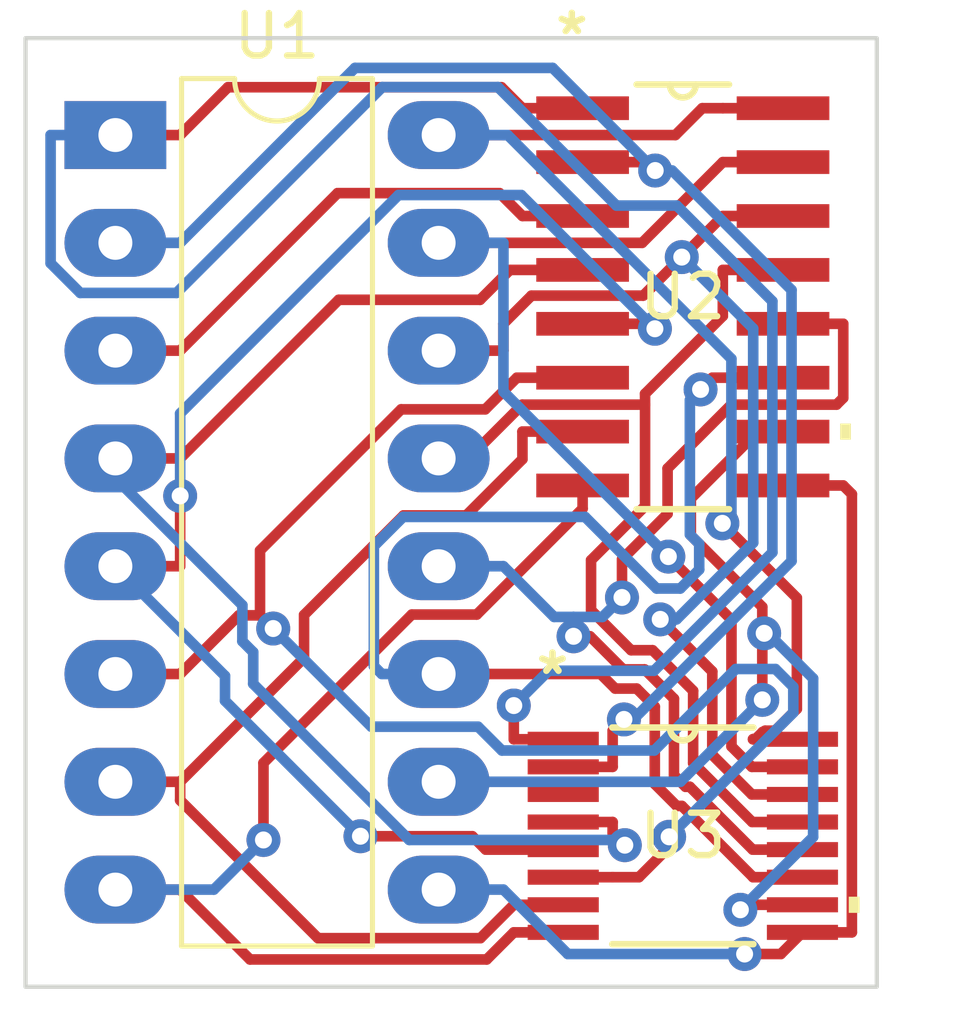
<source format=kicad_pcb>
(kicad_pcb (version 20221018) (generator pcbnew)
  (layers (0 "F.Cu" signal) (31 "B.Cu" signal) (34 "B.Paste" user) (35 "F.Paste" user) (36 "B.SilkS" user "B.Silkscreen") (37 "F.SilkS" user "F.Silkscreen") (38 "B.Mask" user) (39 "F.Mask" user) (44 "Edge.Cuts" user))
  (net 0 "")
  (net 1 "Net-(U1-A4)")
  (net 2 "Net-(U1-A6)")
  (net 3 "Net-(U1-A)")
  (net 4 "Net-(U1-A7)")
  (net 5 "Net-(U1-A5)")
  (net 6 "Net-(U1-*E)")
  (net 7 "Net-(U1-VEE)")
  (net 8 "Net-(U1-GND)")
  (net 9 "Net-(U1-S2)")
  (net 10 "Net-(U1-S1)")
  (net 11 "Net-(U1-S0)")
  (net 12 "Net-(U1-A3)")
  (net 13 "Net-(U1-A0)")
  (net 14 "Net-(U1-A1)")
  (net 15 "Net-(U1-A2)")
  (net 16 "Net-(U1-VCC)")
  (footprint "Relay_parts:D16" (layer "F.Cu") (at 141.986 77.47)
    (fp_text reference "U2" (at 0 0 unlocked) (layer "F.SilkS"))
    (fp_text value "CD74HC4051M96")
    (fp_text user "*" (at -2.6162 -6.1468 unlocked) (layer "F.SilkS"))
    (fp_text user "*" (at -2.6162 -6.1468) (layer "F.SilkS"))
    (fp_line (start -1.089303 5.0038) (end 1.089303 5.0038) (stroke (width 0.1524)) (layer "F.SilkS"))
    (fp_line (start 1.089303 -5.0038) (end -1.089303 -5.0038) (stroke (width 0.1524)) (layer "F.SilkS"))
    (fp_arc (start 0.3048 -5.0038) (mid 0 -4.699) (end -0.3048 -5.0038) (stroke (width 0.1524)) (layer "F.SilkS"))
    (fp_poly (pts (xy 3.9624 2.9845) (xy 3.9624 3.3655) (xy 3.7084 3.3655) (xy 3.7084 2.9845)) (fill solid) (layer "F.SilkS"))
    (pad "1" smd rect (at -2.3622 -4.445) (size 2.1844 0.5588) (layers "F.Cu" "F.Paste" "F.Mask") (net 1 "Net-(U1-A4)"))
    (pad "2" smd rect (at -2.3622 -3.175) (size 2.1844 0.5588) (layers "F.Cu" "F.Paste" "F.Mask") (net 2 "Net-(U1-A6)"))
    (pad "3" smd rect (at -2.3622 -1.905) (size 2.1844 0.5588) (layers "F.Cu" "F.Paste" "F.Mask") (net 3 "Net-(U1-A)"))
    (pad "4" smd rect (at -2.3622 -0.635) (size 2.1844 0.5588) (layers "F.Cu" "F.Paste" "F.Mask") (net 4 "Net-(U1-A7)"))
    (pad "5" smd rect (at -2.3622 0.635) (size 2.1844 0.5588) (layers "F.Cu" "F.Paste" "F.Mask") (net 5 "Net-(U1-A5)"))
    (pad "6" smd rect (at -2.3622 1.905) (size 2.1844 0.5588) (layers "F.Cu" "F.Paste" "F.Mask") (net 6 "Net-(U1-*E)"))
    (pad "7" smd rect (at -2.3622 3.175) (size 2.1844 0.5588) (layers "F.Cu" "F.Paste" "F.Mask") (net 7 "Net-(U1-VEE)"))
    (pad "8" smd rect (at -2.3622 4.445) (size 2.1844 0.5588) (layers "F.Cu" "F.Paste" "F.Mask") (net 8 "Net-(U1-GND)"))
    (pad "9" smd rect (at 2.3622 4.445) (size 2.1844 0.5588) (layers "F.Cu" "F.Paste" "F.Mask") (net 9 "Net-(U1-S2)"))
    (pad "10" smd rect (at 2.3622 3.175) (size 2.1844 0.5588) (layers "F.Cu" "F.Paste" "F.Mask") (net 10 "Net-(U1-S1)"))
    (pad "11" smd rect (at 2.3622 1.905) (size 2.1844 0.5588) (layers "F.Cu" "F.Paste" "F.Mask") (net 11 "Net-(U1-S0)"))
    (pad "12" smd rect (at 2.3622 0.635) (size 2.1844 0.5588) (layers "F.Cu" "F.Paste" "F.Mask") (net 12 "Net-(U1-A3)"))
    (pad "13" smd rect (at 2.3622 -0.635) (size 2.1844 0.5588) (layers "F.Cu" "F.Paste" "F.Mask") (net 13 "Net-(U1-A0)"))
    (pad "14" smd rect (at 2.3622 -1.905) (size 2.1844 0.5588) (layers "F.Cu" "F.Paste" "F.Mask") (net 14 "Net-(U1-A1)"))
    (pad "15" smd rect (at 2.3622 -3.175) (size 2.1844 0.5588) (layers "F.Cu" "F.Paste" "F.Mask") (net 15 "Net-(U1-A2)"))
    (pad "16" smd rect (at 2.3622 -4.445) (size 2.1844 0.5588) (layers "F.Cu" "F.Paste" "F.Mask") (net 16 "Net-(U1-VCC)"))
  )
  (footprint "Package_DIP:DIP-16_W7.62mm_LongPads" (layer "F.Cu") (at 128.6098 73.6571)
    (fp_text reference "U1" (at 3.81 -2.33) (layer "F.SilkS"))
    (fp_text value "CD74HC4051M96")
    (fp_line (start 1.56 -1.33) (end 1.56 19.11) (stroke (width 0.12)) (layer "F.SilkS"))
    (fp_line (start 1.56 19.11) (end 6.06 19.11) (stroke (width 0.12)) (layer "F.SilkS"))
    (fp_line (start 2.81 -1.33) (end 1.56 -1.33) (stroke (width 0.12)) (layer "F.SilkS"))
    (fp_line (start 6.06 -1.33) (end 4.81 -1.33) (stroke (width 0.12)) (layer "F.SilkS"))
    (fp_line (start 6.06 19.11) (end 6.06 -1.33) (stroke (width 0.12)) (layer "F.SilkS"))
    (fp_arc (start 4.81 -1.33) (mid 3.81 -0.33) (end 2.81 -1.33) (stroke (width 0.12)) (layer "F.SilkS"))
    (pad "1" thru_hole rect (at 0 0) (size 2.4 1.6) (drill 0.8) (layers "*.Cu" "*.Mask") (net 1 "Net-(U1-A4)"))
    (pad "2" thru_hole oval (at 0 2.54) (size 2.4 1.6) (drill 0.8) (layers "*.Cu" "*.Mask") (net 2 "Net-(U1-A6)"))
    (pad "3" thru_hole oval (at 0 5.08) (size 2.4 1.6) (drill 0.8) (layers "*.Cu" "*.Mask") (net 3 "Net-(U1-A)"))
    (pad "4" thru_hole oval (at 0 7.62) (size 2.4 1.6) (drill 0.8) (layers "*.Cu" "*.Mask") (net 4 "Net-(U1-A7)"))
    (pad "5" thru_hole oval (at 0 10.16) (size 2.4 1.6) (drill 0.8) (layers "*.Cu" "*.Mask") (net 5 "Net-(U1-A5)"))
    (pad "6" thru_hole oval (at 0 12.7) (size 2.4 1.6) (drill 0.8) (layers "*.Cu" "*.Mask") (net 6 "Net-(U1-*E)"))
    (pad "7" thru_hole oval (at 0 15.24) (size 2.4 1.6) (drill 0.8) (layers "*.Cu" "*.Mask") (net 7 "Net-(U1-VEE)"))
    (pad "8" thru_hole oval (at 0 17.78) (size 2.4 1.6) (drill 0.8) (layers "*.Cu" "*.Mask") (net 8 "Net-(U1-GND)"))
    (pad "9" thru_hole oval (at 7.62 17.78) (size 2.4 1.6) (drill 0.8) (layers "*.Cu" "*.Mask") (net 9 "Net-(U1-S2)"))
    (pad "10" thru_hole oval (at 7.62 15.24) (size 2.4 1.6) (drill 0.8) (layers "*.Cu" "*.Mask") (net 10 "Net-(U1-S1)"))
    (pad "11" thru_hole oval (at 7.62 12.7) (size 2.4 1.6) (drill 0.8) (layers "*.Cu" "*.Mask") (net 11 "Net-(U1-S0)"))
    (pad "12" thru_hole oval (at 7.62 10.16) (size 2.4 1.6) (drill 0.8) (layers "*.Cu" "*.Mask") (net 12 "Net-(U1-A3)"))
    (pad "13" thru_hole oval (at 7.62 7.62) (size 2.4 1.6) (drill 0.8) (layers "*.Cu" "*.Mask") (net 13 "Net-(U1-A0)"))
    (pad "14" thru_hole oval (at 7.62 5.08) (size 2.4 1.6) (drill 0.8) (layers "*.Cu" "*.Mask") (net 14 "Net-(U1-A1)"))
    (pad "15" thru_hole oval (at 7.62 2.54) (size 2.4 1.6) (drill 0.8) (layers "*.Cu" "*.Mask") (net 15 "Net-(U1-A2)"))
    (pad "16" thru_hole oval (at 7.62 0) (size 2.4 1.6) (drill 0.8) (layers "*.Cu" "*.Mask") (net 16 "Net-(U1-VCC)"))
  )
  (footprint "Relay_parts:PW16" (layer "F.Cu") (at 141.986 90.17)
    (fp_text reference "U3" (at 0 0 unlocked) (layer "F.SilkS"))
    (fp_text value "CD74HC4051M96")
    (fp_text user "*" (at -3.0734 -3.773601 unlocked) (layer "F.SilkS"))
    (fp_text user "*" (at -3.0734 -3.773601) (layer "F.SilkS"))
    (fp_line (start -1.663811 2.5527) (end 1.663811 2.5527) (stroke (width 0.1524)) (layer "F.SilkS"))
    (fp_line (start 1.663811 -2.5527) (end -1.663811 -2.5527) (stroke (width 0.1524)) (layer "F.SilkS"))
    (fp_arc (start 0.3048 -2.5527) (mid 0 -2.2479) (end -0.3048 -2.5527) (stroke (width 0.1524)) (layer "F.SilkS"))
    (fp_poly (pts (xy 4.1656 1.434501) (xy 4.1656 1.815501) (xy 3.9116 1.815501) (xy 3.9116 1.434501)) (fill solid) (layer "F.SilkS"))
    (pad "1" smd rect (at -2.8194 -2.274999) (size 1.6764 0.3556) (layers "F.Cu" "F.Paste" "F.Mask") (net 1 "Net-(U1-A4)"))
    (pad "2" smd rect (at -2.8194 -1.625001) (size 1.6764 0.3556) (layers "F.Cu" "F.Paste" "F.Mask") (net 2 "Net-(U1-A6)"))
    (pad "3" smd rect (at -2.8194 -0.974999) (size 1.6764 0.3556) (layers "F.Cu" "F.Paste" "F.Mask") (net 3 "Net-(U1-A)"))
    (pad "4" smd rect (at -2.8194 -0.325001) (size 1.6764 0.3556) (layers "F.Cu" "F.Paste" "F.Mask") (net 4 "Net-(U1-A7)"))
    (pad "5" smd rect (at -2.8194 0.324998) (size 1.6764 0.3556) (layers "F.Cu" "F.Paste" "F.Mask") (net 5 "Net-(U1-A5)"))
    (pad "6" smd rect (at -2.8194 0.974999) (size 1.6764 0.3556) (layers "F.Cu" "F.Paste" "F.Mask") (net 6 "Net-(U1-*E)"))
    (pad "7" smd rect (at -2.8194 1.624998) (size 1.6764 0.3556) (layers "F.Cu" "F.Paste" "F.Mask") (net 7 "Net-(U1-VEE)"))
    (pad "8" smd rect (at -2.8194 2.274999) (size 1.6764 0.3556) (layers "F.Cu" "F.Paste" "F.Mask") (net 8 "Net-(U1-GND)"))
    (pad "9" smd rect (at 2.8194 2.274999) (size 1.6764 0.3556) (layers "F.Cu" "F.Paste" "F.Mask") (net 9 "Net-(U1-S2)"))
    (pad "10" smd rect (at 2.8194 1.625001) (size 1.6764 0.3556) (layers "F.Cu" "F.Paste" "F.Mask") (net 10 "Net-(U1-S1)"))
    (pad "11" smd rect (at 2.8194 0.974999) (size 1.6764 0.3556) (layers "F.Cu" "F.Paste" "F.Mask") (net 11 "Net-(U1-S0)"))
    (pad "12" smd rect (at 2.8194 0.325001) (size 1.6764 0.3556) (layers "F.Cu" "F.Paste" "F.Mask") (net 12 "Net-(U1-A3)"))
    (pad "13" smd rect (at 2.8194 -0.324998) (size 1.6764 0.3556) (layers "F.Cu" "F.Paste" "F.Mask") (net 13 "Net-(U1-A0)"))
    (pad "14" smd rect (at 2.8194 -0.974999) (size 1.6764 0.3556) (layers "F.Cu" "F.Paste" "F.Mask") (net 14 "Net-(U1-A1)"))
    (pad "15" smd rect (at 2.8194 -1.624998) (size 1.6764 0.3556) (layers "F.Cu" "F.Paste" "F.Mask") (net 15 "Net-(U1-A2)"))
    (pad "16" smd rect (at 2.8194 -2.274999) (size 1.6764 0.3556) (layers "F.Cu" "F.Paste" "F.Mask") (net 16 "Net-(U1-VCC)"))
  )
  (gr_rect (start 126.492 71.374) (end 146.558 93.726) (stroke (width 0.1)) (fill none) (layer "Edge.Cuts"))
  (segment (start 130.1367 73.6571) (end 131.2637 72.5301) (width 0.25) (layer "F.Cu") (net 1))
  (segment (start 137.7098 72.5301) (end 138.2047 73.025) (width 0.25) (layer "F.Cu") (net 1))
  (segment (start 129.3733 73.6571) (end 128.778 73.6571) (width 0.25) (layer "F.Cu") (net 1))
  (segment (start 131.2637 72.5301) (end 137.7098 72.5301) (width 0.25) (layer "F.Cu") (net 1))
  (segment (start 128.6939 73.6571) (end 128.778 73.6571) (width 0.25) (layer "F.Cu") (net 1))
  (segment (start 139.6238 73.025) (end 138.2047 73.025) (width 0.25) (layer "F.Cu") (net 1))
  (segment (start 139.1666 87.895) (end 138.0015 87.895) (width 0.25) (layer "F.Cu") (net 1))
  (segment (start 138.0015 87.895) (end 138.0015 87.1007) (width 0.25) (layer "F.Cu") (net 1))
  (segment (start 128.6939 73.6571) (end 128.6098 73.6571) (width 0.25) (layer "F.Cu") (net 1))
  (segment (start 129.3733 73.6571) (end 130.1367 73.6571) (width 0.25) (layer "F.Cu") (net 1))
  (via (at 138.0015 87.1007) (size 0.8) (drill 0.4) (layers "F.Cu" "B.Cu") (net 1))
  (segment (start 141.3086 86.2805) (end 138.8217 86.2805) (width 0.25) (layer "B.Cu") (net 1))
  (segment (start 127.7817 77.3772) (end 130.051 77.3772) (width 0.25) (layer "B.Cu") (net 1))
  (segment (start 138.8217 86.2805) (end 138.0015 87.1007) (width 0.25) (layer "B.Cu") (net 1))
  (segment (start 140.4206 75.3192) (end 141.8424 75.3192) (width 0.25) (layer "B.Cu") (net 1))
  (segment (start 127.0829 76.6784) (end 127.7817 77.3772) (width 0.25) (layer "B.Cu") (net 1))
  (segment (start 130.051 77.3772) (end 134.901 72.5272) (width 0.25) (layer "B.Cu") (net 1))
  (segment (start 128.6098 73.6571) (end 127.0829 73.6571) (width 0.25) (layer "B.Cu") (net 1))
  (segment (start 141.8424 75.3192) (end 144.0965 77.5733) (width 0.25) (layer "B.Cu") (net 1))
  (segment (start 134.901 72.5272) (end 137.6286 72.5272) (width 0.25) (layer "B.Cu") (net 1))
  (segment (start 137.6286 72.5272) (end 140.4206 75.3192) (width 0.25) (layer "B.Cu") (net 1))
  (segment (start 144.0965 77.5733) (end 144.0965 83.4926) (width 0.25) (layer "B.Cu") (net 1))
  (segment (start 144.0965 83.4926) (end 141.3086 86.2805) (width 0.25) (layer "B.Cu") (net 1))
  (segment (start 127.0829 73.6571) (end 127.0829 76.6784) (width 0.25) (layer "B.Cu") (net 1))
  (segment (start 141.0429 74.295) (end 141.2413 74.4934) (width 0.25) (layer "F.Cu") (net 2))
  (segment (start 139.6238 74.295) (end 141.0429 74.295) (width 0.25) (layer "F.Cu") (net 2))
  (segment (start 140.3317 87.6936) (end 140.5979 87.4274) (width 0.25) (layer "F.Cu") (net 2))
  (segment (start 139.1666 88.545) (end 140.3317 88.545) (width 0.25) (layer "F.Cu") (net 2))
  (segment (start 140.3317 88.545) (end 140.3317 87.6936) (width 0.25) (layer "F.Cu") (net 2))
  (segment (start 141.2413 74.4934) (end 141.3348 74.4934) (width 0.25) (layer "F.Cu") (net 2))
  (via (at 140.5979 87.4274) (size 0.8) (drill 0.4) (layers "F.Cu" "B.Cu") (net 2))
  (via (at 141.3348 74.4934) (size 0.8) (drill 0.4) (layers "F.Cu" "B.Cu") (net 2))
  (segment (start 140.817 87.4274) (end 144.5484 83.696) (width 0.25) (layer "B.Cu") (net 2))
  (segment (start 134.2585 72.0753) (end 130.1367 76.1971) (width 0.25) (layer "B.Cu") (net 2))
  (segment (start 129.3733 76.1971) (end 130.1367 76.1971) (width 0.25) (layer "B.Cu") (net 2))
  (segment (start 141.7342 74.4934) (end 141.3348 74.4934) (width 0.25) (layer "B.Cu") (net 2))
  (segment (start 140.5979 87.4274) (end 140.817 87.4274) (width 0.25) (layer "B.Cu") (net 2))
  (segment (start 144.5484 77.3076) (end 141.7342 74.4934) (width 0.25) (layer "B.Cu") (net 2))
  (segment (start 141.3348 74.4934) (end 138.9167 72.0753) (width 0.25) (layer "B.Cu") (net 2))
  (segment (start 144.5484 83.696) (end 144.5484 77.3076) (width 0.25) (layer "B.Cu") (net 2))
  (segment (start 138.9167 72.0753) (end 134.2585 72.0753) (width 0.25) (layer "B.Cu") (net 2))
  (segment (start 129.3733 76.1971) (end 128.6098 76.1971) (width 0.25) (layer "B.Cu") (net 2))
  (segment (start 137.6656 75.0259) (end 133.8479 75.0259) (width 0.25) (layer "F.Cu") (net 3))
  (segment (start 133.8479 75.0259) (end 130.1367 78.7371) (width 0.25) (layer "F.Cu") (net 3))
  (segment (start 138.2047 75.565) (end 137.6656 75.0259) (width 0.25) (layer "F.Cu") (net 3))
  (segment (start 139.6238 75.565) (end 138.2047 75.565) (width 0.25) (layer "F.Cu") (net 3))
  (segment (start 128.6098 78.7371) (end 130.1367 78.7371) (width 0.25) (layer "F.Cu") (net 3))
  (segment (start 137.9111 76.835) (end 139.6238 76.835) (width 0.25) (layer "F.Cu") (net 4))
  (segment (start 140.3317 89.845) (end 140.3317 90.104) (width 0.25) (layer "F.Cu") (net 4))
  (segment (start 128.6098 81.2771) (end 130.1367 81.2771) (width 0.25) (layer "F.Cu") (net 4))
  (segment (start 133.8743 77.5395) (end 137.2066 77.5395) (width 0.25) (layer "F.Cu") (net 4))
  (segment (start 130.1367 81.2771) (end 133.8743 77.5395) (width 0.25) (layer "F.Cu") (net 4))
  (segment (start 140.3317 90.104) (end 140.6184 90.3907) (width 0.25) (layer "F.Cu") (net 4))
  (segment (start 137.2066 77.5395) (end 137.9111 76.835) (width 0.25) (layer "F.Cu") (net 4))
  (segment (start 139.1666 89.845) (end 140.3317 89.845) (width 0.25) (layer "F.Cu") (net 4))
  (via (at 140.6184 90.3907) (size 0.8) (drill 0.4) (layers "F.Cu" "B.Cu") (net 4))
  (segment (start 135.5376 90.2677) (end 140.4954 90.2677) (width 0.25) (layer "B.Cu") (net 4))
  (segment (start 128.6098 81.7421) (end 131.6033 84.7356) (width 0.25) (layer "B.Cu") (net 4))
  (segment (start 140.4954 90.2677) (end 140.6184 90.3907) (width 0.25) (layer "B.Cu") (net 4))
  (segment (start 131.8591 85.8424) (end 131.8591 86.5892) (width 0.25) (layer "B.Cu") (net 4))
  (segment (start 131.8591 86.5892) (end 135.5376 90.2677) (width 0.25) (layer "B.Cu") (net 4))
  (segment (start 131.6033 84.7356) (end 131.6033 85.5866) (width 0.25) (layer "B.Cu") (net 4))
  (segment (start 131.6033 85.5866) (end 131.8591 85.8424) (width 0.25) (layer "B.Cu") (net 4))
  (segment (start 128.6098 81.2771) (end 128.6098 81.7421) (width 0.25) (layer "B.Cu") (net 4))
  (segment (start 141.1596 78.2217) (end 141.0429 78.105) (width 0.25) (layer "F.Cu") (net 5))
  (segment (start 137.3394 90.495) (end 137.0241 90.1797) (width 0.25) (layer "F.Cu") (net 5))
  (segment (start 130.1367 83.8171) (end 130.1367 82.1596) (width 0.25) (layer "F.Cu") (net 5))
  (segment (start 139.6238 78.105) (end 141.0429 78.105) (width 0.25) (layer "F.Cu") (net 5))
  (segment (start 128.6098 83.8171) (end 130.1367 83.8171) (width 0.25) (layer "F.Cu") (net 5))
  (segment (start 139.1666 90.495) (end 137.3394 90.495) (width 0.25) (layer "F.Cu") (net 5))
  (segment (start 141.3277 78.2217) (end 141.1596 78.2217) (width 0.25) (layer "F.Cu") (net 5))
  (segment (start 137.0241 90.1797) (end 134.3865 90.1797) (width 0.25) (layer "F.Cu") (net 5))
  (via (at 141.3277 78.2217) (size 0.8) (drill 0.4) (layers "F.Cu" "B.Cu") (net 5))
  (via (at 130.1367 82.1596) (size 0.8) (drill 0.4) (layers "F.Cu" "B.Cu") (net 5))
  (via (at 134.3865 90.1797) (size 0.8) (drill 0.4) (layers "F.Cu" "B.Cu") (net 5))
  (segment (start 141.3277 78.2217) (end 138.1762 75.0702) (width 0.25) (layer "B.Cu") (net 5))
  (segment (start 130.1367 80.2184) (end 130.1367 82.1596) (width 0.25) (layer "B.Cu") (net 5))
  (segment (start 131.1944 86.4017) (end 131.1944 86.9876) (width 0.25) (layer "B.Cu") (net 5))
  (segment (start 138.1762 75.0702) (end 135.2849 75.0702) (width 0.25) (layer "B.Cu") (net 5))
  (segment (start 128.6098 83.8171) (end 131.1944 86.4017) (width 0.25) (layer "B.Cu") (net 5))
  (segment (start 131.1944 86.9876) (end 134.3865 90.1797) (width 0.25) (layer "B.Cu") (net 5))
  (segment (start 135.2849 75.0702) (end 130.1367 80.2184) (width 0.25) (layer "B.Cu") (net 5))
  (segment (start 138.0741 79.375) (end 137.3281 80.121) (width 0.25) (layer "F.Cu") (net 6))
  (segment (start 128.6098 86.3571) (end 130.1367 86.3571) (width 0.25) (layer "F.Cu") (net 6))
  (segment (start 137.3281 80.121) (end 135.3453 80.121) (width 0.25) (layer "F.Cu") (net 6))
  (segment (start 139.1666 91.145) (end 140.3317 91.145) (width 0.25) (layer "F.Cu") (net 6))
  (segment (start 139.6238 79.375) (end 138.0741 79.375) (width 0.25) (layer "F.Cu") (net 6))
  (segment (start 131.5193 84.9745) (end 130.1367 86.3571) (width 0.25) (layer "F.Cu") (net 6))
  (segment (start 135.3453 80.121) (end 132.0191 83.4472) (width 0.25) (layer "F.Cu") (net 6))
  (segment (start 132.0191 84.9745) (end 131.5193 84.9745) (width 0.25) (layer "F.Cu") (net 6))
  (segment (start 140.3317 91.145) (end 140.9512 91.145) (width 0.25) (layer "F.Cu") (net 6))
  (segment (start 140.9512 91.145) (end 141.663 90.4332) (width 0.25) (layer "F.Cu") (net 6))
  (segment (start 132.0191 84.9745) (end 132.3302 85.2856) (width 0.25) (layer "F.Cu") (net 6))
  (segment (start 132.0191 83.4472) (end 132.0191 84.9745) (width 0.25) (layer "F.Cu") (net 6))
  (segment (start 141.663 90.4332) (end 141.663 90.1934) (width 0.25) (layer "F.Cu") (net 6))
  (via (at 141.663 90.1934) (size 0.8) (drill 0.4) (layers "F.Cu" "B.Cu") (net 6))
  (via (at 132.3302 85.2856) (size 0.8) (drill 0.4) (layers "F.Cu" "B.Cu") (net 6))
  (segment (start 144.5902 86.6614) (end 144.5902 87.2662) (width 0.25) (layer "B.Cu") (net 6))
  (segment (start 144.1681 86.2393) (end 144.5902 86.6614) (width 0.25) (layer "B.Cu") (net 6))
  (segment (start 137.1602 87.5989) (end 137.7209 88.1596) (width 0.25) (layer "B.Cu") (net 6))
  (segment (start 144.5902 87.2662) (end 141.663 90.1934) (width 0.25) (layer "B.Cu") (net 6))
  (segment (start 141.3136 88.1596) (end 143.2339 86.2393) (width 0.25) (layer "B.Cu") (net 6))
  (segment (start 143.2339 86.2393) (end 144.1681 86.2393) (width 0.25) (layer "B.Cu") (net 6))
  (segment (start 134.6435 87.5989) (end 137.1602 87.5989) (width 0.25) (layer "B.Cu") (net 6))
  (segment (start 132.3302 85.2856) (end 134.6435 87.5989) (width 0.25) (layer "B.Cu") (net 6))
  (segment (start 137.7209 88.1596) (end 141.3136 88.1596) (width 0.25) (layer "B.Cu") (net 6))
  (segment (start 138.0015 91.795) (end 137.2149 92.5816) (width 0.25) (layer "F.Cu") (net 7))
  (segment (start 136.8803 82.6203) (end 138.2047 81.2959) (width 0.25) (layer "F.Cu") (net 7))
  (segment (start 138.2047 81.2959) (end 138.2047 80.645) (width 0.25) (layer "F.Cu") (net 7))
  (segment (start 133.0571 85.9767) (end 133.0571 84.9662) (width 0.25) (layer "F.Cu") (net 7))
  (segment (start 139.6238 80.645) (end 138.2047 80.645) (width 0.25) (layer "F.Cu") (net 7))
  (segment (start 139.1666 91.795) (end 138.0015 91.795) (width 0.25) (layer "F.Cu") (net 7))
  (segment (start 129.0433 88.8971) (end 128.6098 88.8971) (width 0.25) (layer "F.Cu") (net 7))
  (segment (start 137.2149 92.5816) (end 133.386 92.5816) (width 0.25) (layer "F.Cu") (net 7))
  (segment (start 130.1367 89.3323) (end 130.1367 88.8971) (width 0.25) (layer "F.Cu") (net 7))
  (segment (start 129.0433 88.8971) (end 130.1367 88.8971) (width 0.25) (layer "F.Cu") (net 7))
  (segment (start 133.0571 84.9662) (end 135.403 82.6203) (width 0.25) (layer "F.Cu") (net 7))
  (segment (start 135.403 82.6203) (end 136.8803 82.6203) (width 0.25) (layer "F.Cu") (net 7))
  (segment (start 130.1367 88.8971) (end 133.0571 85.9767) (width 0.25) (layer "F.Cu") (net 7))
  (segment (start 133.386 92.5816) (end 130.1367 89.3323) (width 0.25) (layer "F.Cu") (net 7))
  (segment (start 137.3629 93.0836) (end 138.0015 92.445) (width 0.25) (layer "F.Cu") (net 8))
  (segment (start 139.6238 81.915) (end 139.6238 82.4607) (width 0.25) (layer "F.Cu") (net 8))
  (segment (start 139.6238 82.4607) (end 137.128 84.9565) (width 0.25) (layer "F.Cu") (net 8))
  (segment (start 131.7832 93.0836) (end 137.3629 93.0836) (width 0.25) (layer "F.Cu") (net 8))
  (segment (start 128.6098 91.4371) (end 130.1367 91.4371) (width 0.25) (layer "F.Cu") (net 8))
  (segment (start 130.1367 91.4371) (end 131.7832 93.0836) (width 0.25) (layer "F.Cu") (net 8))
  (segment (start 137.128 84.9565) (end 135.5969 84.9565) (width 0.25) (layer "F.Cu") (net 8))
  (segment (start 132.1001 88.4533) (end 132.1001 90.2678) (width 0.25) (layer "F.Cu") (net 8))
  (segment (start 139.1666 92.445) (end 138.0015 92.445) (width 0.25) (layer "F.Cu") (net 8))
  (segment (start 135.5969 84.9565) (end 132.1001 88.4533) (width 0.25) (layer "F.Cu") (net 8))
  (via (at 132.1001 90.2678) (size 0.8) (drill 0.4) (layers "F.Cu" "B.Cu") (net 8))
  (segment (start 128.6098 91.4371) (end 130.9308 91.4371) (width 0.25) (layer "B.Cu") (net 8))
  (segment (start 130.9308 91.4371) (end 132.1001 90.2678) (width 0.25) (layer "B.Cu") (net 8))
  (segment (start 144.3482 81.915) (end 145.7673 81.915) (width 0.25) (layer "F.Cu") (net 9))
  (segment (start 144.8054 92.445) (end 145.9705 92.445) (width 0.25) (layer "F.Cu") (net 9))
  (segment (start 145.7673 81.915) (end 145.9705 82.1182) (width 0.25) (layer "F.Cu") (net 9))
  (segment (start 144.2949 92.9555) (end 144.8054 92.445) (width 0.25) (layer "F.Cu") (net 9))
  (segment (start 145.9705 82.1182) (end 145.9705 92.445) (width 0.25) (layer "F.Cu") (net 9))
  (segment (start 143.4422 92.9555) (end 144.2949 92.9555) (width 0.25) (layer "F.Cu") (net 9))
  (via (at 143.4422 92.9555) (size 0.8) (drill 0.4) (layers "F.Cu" "B.Cu") (net 9))
  (segment (start 139.2751 92.9555) (end 143.4422 92.9555) (width 0.25) (layer "B.Cu") (net 9))
  (segment (start 137.7567 91.4371) (end 139.2751 92.9555) (width 0.25) (layer "B.Cu") (net 9))
  (segment (start 136.2298 91.4371) (end 137.7567 91.4371) (width 0.25) (layer "B.Cu") (net 9))
  (segment (start 143.8594 84.7772) (end 143.8594 85.3976) (width 0.25) (layer "F.Cu") (net 10))
  (segment (start 143.8594 85.3976) (end 143.9035 85.3976) (width 0.25) (layer "F.Cu") (net 10))
  (segment (start 143.8594 85.3976) (end 143.8594 86.9663) (width 0.25) (layer "F.Cu") (net 10))
  (segment (start 143.5226 91.9127) (end 143.6403 91.795) (width 0.25) (layer "F.Cu") (net 10))
  (segment (start 142.1745 82.222) (end 142.1745 83.0923) (width 0.25) (layer "F.Cu") (net 10))
  (segment (start 142.1745 83.0923) (end 143.8594 84.7772) (width 0.25) (layer "F.Cu") (net 10))
  (segment (start 143.7515 80.645) (end 142.1745 82.222) (width 0.25) (layer "F.Cu") (net 10))
  (segment (start 144.8054 91.795) (end 143.6403 91.795) (width 0.25) (layer "F.Cu") (net 10))
  (segment (start 143.342 91.9127) (end 143.5226 91.9127) (width 0.25) (layer "F.Cu") (net 10))
  (segment (start 144.3482 80.645) (end 143.7515 80.645) (width 0.25) (layer "F.Cu") (net 10))
  (via (at 143.342 91.9127) (size 0.8) (drill 0.4) (layers "F.Cu" "B.Cu") (net 10))
  (via (at 143.8594 86.9663) (size 0.8) (drill 0.4) (layers "F.Cu" "B.Cu") (net 10))
  (via (at 143.9035 85.3976) (size 0.8) (drill 0.4) (layers "F.Cu" "B.Cu") (net 10))
  (segment (start 136.2298 88.8971) (end 141.9286 88.8971) (width 0.25) (layer "B.Cu") (net 10))
  (segment (start 145.057 90.1977) (end 145.057 86.4618) (width 0.25) (layer "B.Cu") (net 10))
  (segment (start 141.9286 88.8971) (end 143.8594 86.9663) (width 0.25) (layer "B.Cu") (net 10))
  (segment (start 145.057 86.4618) (end 143.9928 85.3976) (width 0.25) (layer "B.Cu") (net 10))
  (segment (start 143.9928 85.3976) (end 143.9035 85.3976) (width 0.25) (layer "B.Cu") (net 10))
  (segment (start 143.342 91.9127) (end 145.057 90.1977) (width 0.25) (layer "B.Cu") (net 10))
  (segment (start 142.6807 79.375) (end 142.404 79.6517) (width 0.25) (layer "F.Cu") (net 11))
  (segment (start 141.3248 88.9488) (end 141.3248 87.1263) (width 0.25) (layer "F.Cu") (net 11))
  (segment (start 144.3482 79.375) (end 142.6807 79.375) (width 0.25) (layer "F.Cu") (net 11))
  (segment (start 140.0485 86.3571) (end 136.2298 86.3571) (width 0.25) (layer "F.Cu") (net 11))
  (segment (start 140.3918 86.7004) (end 140.0485 86.3571) (width 0.25) (layer "F.Cu") (net 11))
  (segment (start 144.8054 91.145) (end 143.6403 91.145) (width 0.25) (layer "F.Cu") (net 11))
  (segment (start 143.6403 91.1427) (end 141.9641 89.4665) (width 0.25) (layer "F.Cu") (net 11))
  (segment (start 143.6403 91.145) (end 143.6403 91.1427) (width 0.25) (layer "F.Cu") (net 11))
  (segment (start 141.3248 87.1263) (end 140.8989 86.7004) (width 0.25) (layer "F.Cu") (net 11))
  (segment (start 140.8989 86.7004) (end 140.3918 86.7004) (width 0.25) (layer "F.Cu") (net 11))
  (segment (start 141.9641 89.4665) (end 141.8425 89.4665) (width 0.25) (layer "F.Cu") (net 11))
  (segment (start 141.8425 89.4665) (end 141.3248 88.9488) (width 0.25) (layer "F.Cu") (net 11))
  (via (at 142.404 79.6517) (size 0.8) (drill 0.4) (layers "F.Cu" "B.Cu") (net 11))
  (segment (start 142.404 79.6517) (end 142.1518 79.9039) (width 0.25) (layer "B.Cu") (net 11))
  (segment (start 136.2298 86.3571) (end 134.8901 86.3571) (width 0.25) (layer "B.Cu") (net 11))
  (segment (start 142.3716 83.8974) (end 141.9263 84.3427) (width 0.25) (layer "B.Cu") (net 11))
  (segment (start 139.6819 82.656) (end 135.3921 82.656) (width 0.25) (layer "B.Cu") (net 11))
  (segment (start 142.1518 79.9039) (end 142.1518 83.0696) (width 0.25) (layer "B.Cu") (net 11))
  (segment (start 134.7029 83.3452) (end 134.7029 86.1699) (width 0.25) (layer "B.Cu") (net 11))
  (segment (start 142.1518 83.0696) (end 142.3716 83.2894) (width 0.25) (layer "B.Cu") (net 11))
  (segment (start 141.9263 84.3427) (end 141.3686 84.3427) (width 0.25) (layer "B.Cu") (net 11))
  (segment (start 135.3921 82.656) (end 134.7029 83.3452) (width 0.25) (layer "B.Cu") (net 11))
  (segment (start 141.3686 84.3427) (end 139.6819 82.656) (width 0.25) (layer "B.Cu") (net 11))
  (segment (start 134.7029 86.1699) (end 134.8901 86.3571) (width 0.25) (layer "B.Cu") (net 11))
  (segment (start 142.3716 83.2894) (end 142.3716 83.8974) (width 0.25) (layer "B.Cu") (net 11))
  (segment (start 144.3482 78.105) (end 145.7673 78.105) (width 0.25) (layer "F.Cu") (net 12))
  (segment (start 141.6266 82.5807) (end 140.5518 83.6555) (width 0.25) (layer "F.Cu") (net 12))
  (segment (start 140.5518 83.6555) (end 140.5518 84.5539) (width 0.25) (layer "F.Cu") (net 12))
  (segment (start 145.7673 78.105) (end 145.7673 79.851) (width 0.25) (layer "F.Cu") (net 12))
  (segment (start 143.1292 80.01) (end 141.6266 81.5126) (width 0.25) (layer "F.Cu") (net 12))
  (segment (start 145.7673 79.851) (end 145.6083 80.01) (width 0.25) (layer "F.Cu") (net 12))
  (segment (start 140.579 86.2485) (end 139.7989 85.4684) (width 0.25) (layer "F.Cu") (net 12))
  (segment (start 142.1513 89.0146) (end 142.0497 89.0146) (width 0.25) (layer "F.Cu") (net 12))
  (segment (start 143.6317 90.495) (end 142.1513 89.0146) (width 0.25) (layer "F.Cu") (net 12))
  (segment (start 141.7767 88.7416) (end 141.7767 86.9391) (width 0.25) (layer "F.Cu") (net 12))
  (segment (start 142.0497 89.0146) (end 141.7767 88.7416) (width 0.25) (layer "F.Cu") (net 12))
  (segment (start 145.6083 80.01) (end 143.1292 80.01) (width 0.25) (layer "F.Cu") (net 12))
  (segment (start 141.0861 86.2485) (end 140.579 86.2485) (width 0.25) (layer "F.Cu") (net 12))
  (segment (start 144.8054 90.495) (end 143.6317 90.495) (width 0.25) (layer "F.Cu") (net 12))
  (segment (start 139.7989 85.4684) (end 139.4096 85.4684) (width 0.25) (layer "F.Cu") (net 12))
  (segment (start 141.6266 81.5126) (end 141.6266 82.5807) (width 0.25) (layer "F.Cu") (net 12))
  (segment (start 141.7767 86.9391) (end 141.0861 86.2485) (width 0.25) (layer "F.Cu") (net 12))
  (via (at 140.5518 84.5539) (size 0.8) (drill 0.4) (layers "F.Cu" "B.Cu") (net 12))
  (via (at 139.4096 85.4684) (size 0.8) (drill 0.4) (layers "F.Cu" "B.Cu") (net 12))
  (segment (start 139.4096 85.0122) (end 140.0935 85.0122) (width 0.25) (layer "B.Cu") (net 12))
  (segment (start 140.0935 85.0122) (end 140.5518 84.5539) (width 0.25) (layer "B.Cu") (net 12))
  (segment (start 138.9518 85.0122) (end 139.4096 85.0122) (width 0.25) (layer "B.Cu") (net 12))
  (segment (start 139.4096 85.0122) (end 139.4096 85.4684) (width 0.25) (layer "B.Cu") (net 12))
  (segment (start 137.7567 83.8171) (end 138.9518 85.0122) (width 0.25) (layer "B.Cu") (net 12))
  (segment (start 136.2298 83.8171) (end 137.7567 83.8171) (width 0.25) (layer "B.Cu") (net 12))
  (segment (start 142.2286 88.4529) (end 142.2286 86.7519) (width 0.25) (layer "F.Cu") (net 13))
  (segment (start 144.8054 89.845) (end 143.6208 89.845) (width 0.25) (layer "F.Cu") (net 13))
  (segment (start 143.6208 89.845) (end 142.2287 88.4529) (width 0.25) (layer "F.Cu") (net 13))
  (segment (start 142.2287 88.4529) (end 142.2286 88.4529) (width 0.25) (layer "F.Cu") (net 13))
  (segment (start 141.0956 80.01) (end 138.2005 80.01) (width 0.25) (layer "F.Cu") (net 13))
  (segment (start 139.8222 83.675) (end 141.0956 82.4016) (width 0.25) (layer "F.Cu") (net 13))
  (segment (start 141.0956 82.4016) (end 141.0956 80.01) (width 0.25) (layer "F.Cu") (net 13))
  (segment (start 139.8222 84.8526) (end 139.8222 83.675) (width 0.25) (layer "F.Cu") (net 13))
  (segment (start 136.9334 81.2771) (end 136.2298 81.2771) (width 0.25) (layer "F.Cu") (net 13))
  (segment (start 144.3482 76.835) (end 142.9291 76.835) (width 0.25) (layer "F.Cu") (net 13))
  (segment (start 141.2733 85.7966) (end 140.7662 85.7966) (width 0.25) (layer "F.Cu") (net 13))
  (segment (start 140.7662 85.7966) (end 139.8222 84.8526) (width 0.25) (layer "F.Cu") (net 13))
  (segment (start 138.2005 80.01) (end 136.9334 81.2771) (width 0.25) (layer "F.Cu") (net 13))
  (segment (start 142.9291 76.835) (end 142.9291 77.9209) (width 0.25) (layer "F.Cu") (net 13))
  (segment (start 141.0956 79.7544) (end 141.0956 80.01) (width 0.25) (layer "F.Cu") (net 13))
  (segment (start 142.9291 77.9209) (end 141.0956 79.7544) (width 0.25) (layer "F.Cu") (net 13))
  (segment (start 142.2286 86.7519) (end 141.2733 85.7966) (width 0.25) (layer "F.Cu") (net 13))
  (segment (start 144.8054 89.195) (end 143.6122 89.195) (width 0.25) (layer "F.Cu") (net 14))
  (segment (start 138.4178 77.4413) (end 141.0528 77.4413) (width 0.25) (layer "F.Cu") (net 14))
  (segment (start 137.7567 78.1024) (end 138.4178 77.4413) (width 0.25) (layer "F.Cu") (net 14))
  (segment (start 142.6805 86.2971) (end 141.453 85.0696) (width 0.25) (layer "F.Cu") (net 14))
  (segment (start 137.7567 78.7371) (end 137.7567 78.1024) (width 0.25) (layer "F.Cu") (net 14))
  (segment (start 136.2298 78.7371) (end 137.7567 78.7371) (width 0.25) (layer "F.Cu") (net 14))
  (segment (start 141.0528 77.4413) (end 141.9609 76.5332) (width 0.25) (layer "F.Cu") (net 14))
  (segment (start 141.9609 76.5332) (end 142.9291 75.565) (width 0.25) (layer "F.Cu") (net 14))
  (segment (start 143.6122 89.195) (end 142.6805 88.2633) (width 0.25) (layer "F.Cu") (net 14))
  (segment (start 144.3482 75.565) (end 142.9291 75.565) (width 0.25) (layer "F.Cu") (net 14))
  (segment (start 142.6805 88.2633) (end 142.6805 86.2971) (width 0.25) (layer "F.Cu") (net 14))
  (via (at 141.453 85.0696) (size 0.8) (drill 0.4) (layers "F.Cu" "B.Cu") (net 14))
  (via (at 141.9609 76.5332) (size 0.8) (drill 0.4) (layers "F.Cu" "B.Cu") (net 14))
  (segment (start 141.9609 76.5332) (end 143.6446 78.2169) (width 0.25) (layer "B.Cu") (net 14))
  (segment (start 141.8385 85.0696) (end 141.453 85.0696) (width 0.25) (layer "B.Cu") (net 14))
  (segment (start 143.6446 78.2169) (end 143.6446 83.2635) (width 0.25) (layer "B.Cu") (net 14))
  (segment (start 143.6446 83.2635) (end 141.8385 85.0696) (width 0.25) (layer "B.Cu") (net 14))
  (segment (start 141.027 76.1971) (end 142.9291 74.295) (width 0.25) (layer "F.Cu") (net 15))
  (segment (start 143.1324 85.0782) (end 141.6447 83.5905) (width 0.25) (layer "F.Cu") (net 15))
  (segment (start 136.2298 76.1971) (end 141.027 76.1971) (width 0.25) (layer "F.Cu") (net 15))
  (segment (start 144.3482 74.295) (end 142.9291 74.295) (width 0.25) (layer "F.Cu") (net 15))
  (segment (start 143.1324 88.0649) (end 143.1324 85.0782) (width 0.25) (layer "F.Cu") (net 15))
  (segment (start 144.8054 88.545) (end 143.6125 88.545) (width 0.25) (layer "F.Cu") (net 15))
  (segment (start 143.6125 88.545) (end 143.1324 88.0649) (width 0.25) (layer "F.Cu") (net 15))
  (via (at 141.6447 83.5905) (size 0.8) (drill 0.4) (layers "F.Cu" "B.Cu") (net 15))
  (segment (start 136.2298 76.1971) (end 137.7567 76.1971) (width 0.25) (layer "B.Cu") (net 15))
  (segment (start 137.7567 76.1971) (end 137.7567 79.7025) (width 0.25) (layer "B.Cu") (net 15))
  (segment (start 137.7567 79.7025) (end 141.6447 83.5905) (width 0.25) (layer "B.Cu") (net 15))
  (segment (start 143.6403 87.8949) (end 143.644 87.8912) (width 0.25) (layer "F.Cu") (net 16))
  (segment (start 141.8109 73.6571) (end 136.2298 73.6571) (width 0.25) (layer "F.Cu") (net 16))
  (segment (start 142.9291 73.025) (end 142.443 73.025) (width 0.25) (layer "F.Cu") (net 16))
  (segment (start 144.8054 87.895) (end 143.6403 87.895) (width 0.25) (layer "F.Cu") (net 16))
  (segment (start 144.6744 84.564) (end 142.9177 82.8073) (width 0.25) (layer "F.Cu") (net 16))
  (segment (start 143.6387 73.025) (end 144.3482 73.025) (width 0.25) (layer "F.Cu") (net 16))
  (segment (start 143.9242 87.6932) (end 144.1605 87.6932) (width 0.25) (layer "F.Cu") (net 16))
  (segment (start 143.644 87.8912) (end 143.699 87.8912) (width 0.25) (layer "F.Cu") (net 16))
  (segment (start 143.699 87.8912) (end 143.8686 87.7216) (width 0.25) (layer "F.Cu") (net 16))
  (segment (start 142.443 73.025) (end 141.8109 73.6571) (width 0.25) (layer "F.Cu") (net 16))
  (segment (start 143.6403 87.895) (end 143.6403 87.8949) (width 0.25) (layer "F.Cu") (net 16))
  (segment (start 144.1605 87.6932) (end 144.6744 87.1793) (width 0.25) (layer "F.Cu") (net 16))
  (segment (start 144.6744 87.1793) (end 144.6744 84.564) (width 0.25) (layer "F.Cu") (net 16))
  (segment (start 143.8958 87.7216) (end 143.9242 87.6932) (width 0.25) (layer "F.Cu") (net 16))
  (segment (start 143.8686 87.7216) (end 143.8958 87.7216) (width 0.25) (layer "F.Cu") (net 16))
  (segment (start 143.6387 73.025) (end 142.9291 73.025) (width 0.25) (layer "F.Cu") (net 16))
  (via (at 142.9177 82.8073) (size 0.8) (drill 0.4) (layers "F.Cu" "B.Cu") (net 16))
  (segment (start 136.2298 73.6571) (end 137.7567 73.6571) (width 0.25) (layer "B.Cu") (net 16))
  (segment (start 143.131 78.9302) (end 143.131 82.594) (width 0.25) (layer "B.Cu") (net 16))
  (segment (start 137.8579 73.6571) (end 143.131 78.9302) (width 0.25) (layer "B.Cu") (net 16))
  (segment (start 137.7567 73.6571) (end 137.8579 73.6571) (width 0.25) (layer "B.Cu") (net 16))
  (segment (start 143.131 82.594) (end 142.9177 82.8073) (width 0.25) (layer "B.Cu") (net 16))
)
</source>
